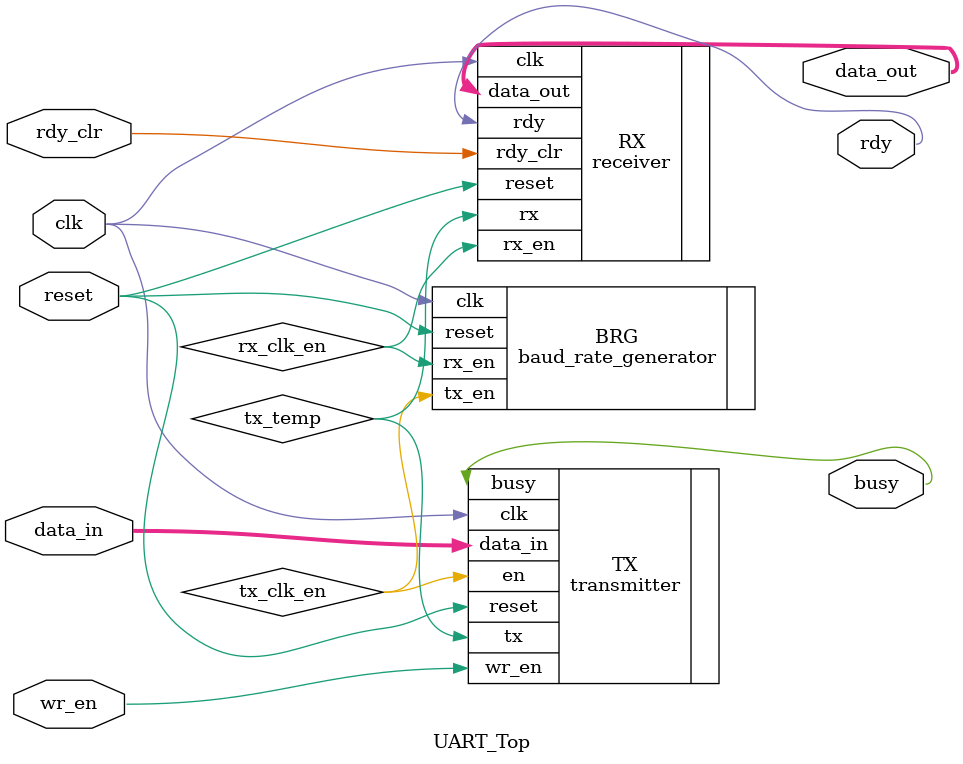
<source format=v>
`timescale 1ns / 1ps


module UART_Top(clk , reset , data_in , wr_en ,rdy_clr ,rdy , busy , data_out );
input clk,reset,wr_en,rdy_clr;
input [7:0]data_in;
output rdy,busy;
output [7:0]data_out;

wire tx_clk_en,rx_clk_en;
wire tx_temp;
baud_rate_generator BRG(.clk(clk),.reset(reset),.tx_en(tx_clk_en),.rx_en(rx_clk_en));
transmitter TX(.clk(clk) , .wr_en(wr_en), .en(tx_clk_en) , .reset(reset) , .data_in(data_in) , .busy(busy) , .tx(tx_temp));
receiver RX(.clk(clk) , .reset(reset) , .rx(tx_temp) , .rx_en(rx_clk_en) , .rdy_clr(rdy_clr) , .rdy(rdy) , .data_out(data_out));
endmodule


</source>
